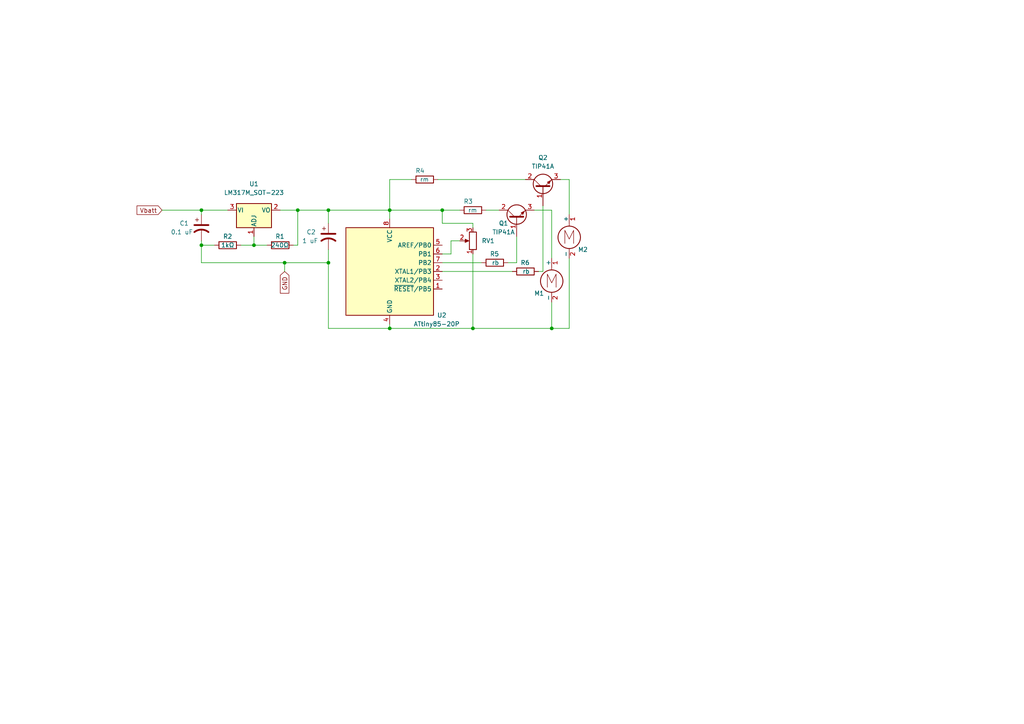
<source format=kicad_sch>
(kicad_sch (version 20211123) (generator eeschema)

  (uuid b49d0ece-7995-43b0-9e1c-f4f609c1e3a6)

  (paper "A4")

  (lib_symbols
    (symbol "Device:C_Polarized_US" (pin_numbers hide) (pin_names (offset 0.254) hide) (in_bom yes) (on_board yes)
      (property "Reference" "C" (id 0) (at 0.635 2.54 0)
        (effects (font (size 1.27 1.27)) (justify left))
      )
      (property "Value" "C_Polarized_US" (id 1) (at 0.635 -2.54 0)
        (effects (font (size 1.27 1.27)) (justify left))
      )
      (property "Footprint" "" (id 2) (at 0 0 0)
        (effects (font (size 1.27 1.27)) hide)
      )
      (property "Datasheet" "~" (id 3) (at 0 0 0)
        (effects (font (size 1.27 1.27)) hide)
      )
      (property "ki_keywords" "cap capacitor" (id 4) (at 0 0 0)
        (effects (font (size 1.27 1.27)) hide)
      )
      (property "ki_description" "Polarized capacitor, US symbol" (id 5) (at 0 0 0)
        (effects (font (size 1.27 1.27)) hide)
      )
      (property "ki_fp_filters" "CP_*" (id 6) (at 0 0 0)
        (effects (font (size 1.27 1.27)) hide)
      )
      (symbol "C_Polarized_US_0_1"
        (polyline
          (pts
            (xy -2.032 0.762)
            (xy 2.032 0.762)
          )
          (stroke (width 0.508) (type default) (color 0 0 0 0))
          (fill (type none))
        )
        (polyline
          (pts
            (xy -1.778 2.286)
            (xy -0.762 2.286)
          )
          (stroke (width 0) (type default) (color 0 0 0 0))
          (fill (type none))
        )
        (polyline
          (pts
            (xy -1.27 1.778)
            (xy -1.27 2.794)
          )
          (stroke (width 0) (type default) (color 0 0 0 0))
          (fill (type none))
        )
        (arc (start 2.032 -1.27) (mid 0 -0.5572) (end -2.032 -1.27)
          (stroke (width 0.508) (type default) (color 0 0 0 0))
          (fill (type none))
        )
      )
      (symbol "C_Polarized_US_1_1"
        (pin passive line (at 0 3.81 270) (length 2.794)
          (name "~" (effects (font (size 1.27 1.27))))
          (number "1" (effects (font (size 1.27 1.27))))
        )
        (pin passive line (at 0 -3.81 90) (length 3.302)
          (name "~" (effects (font (size 1.27 1.27))))
          (number "2" (effects (font (size 1.27 1.27))))
        )
      )
    )
    (symbol "Device:R" (pin_numbers hide) (pin_names (offset 0)) (in_bom yes) (on_board yes)
      (property "Reference" "R" (id 0) (at 2.032 0 90)
        (effects (font (size 1.27 1.27)))
      )
      (property "Value" "R" (id 1) (at 0 0 90)
        (effects (font (size 1.27 1.27)))
      )
      (property "Footprint" "" (id 2) (at -1.778 0 90)
        (effects (font (size 1.27 1.27)) hide)
      )
      (property "Datasheet" "~" (id 3) (at 0 0 0)
        (effects (font (size 1.27 1.27)) hide)
      )
      (property "ki_keywords" "R res resistor" (id 4) (at 0 0 0)
        (effects (font (size 1.27 1.27)) hide)
      )
      (property "ki_description" "Resistor" (id 5) (at 0 0 0)
        (effects (font (size 1.27 1.27)) hide)
      )
      (property "ki_fp_filters" "R_*" (id 6) (at 0 0 0)
        (effects (font (size 1.27 1.27)) hide)
      )
      (symbol "R_0_1"
        (rectangle (start -1.016 -2.54) (end 1.016 2.54)
          (stroke (width 0.254) (type default) (color 0 0 0 0))
          (fill (type none))
        )
      )
      (symbol "R_1_1"
        (pin passive line (at 0 3.81 270) (length 1.27)
          (name "~" (effects (font (size 1.27 1.27))))
          (number "1" (effects (font (size 1.27 1.27))))
        )
        (pin passive line (at 0 -3.81 90) (length 1.27)
          (name "~" (effects (font (size 1.27 1.27))))
          (number "2" (effects (font (size 1.27 1.27))))
        )
      )
    )
    (symbol "Device:R_Potentiometer" (pin_names (offset 1.016) hide) (in_bom yes) (on_board yes)
      (property "Reference" "RV" (id 0) (at -4.445 0 90)
        (effects (font (size 1.27 1.27)))
      )
      (property "Value" "R_Potentiometer" (id 1) (at -2.54 0 90)
        (effects (font (size 1.27 1.27)))
      )
      (property "Footprint" "" (id 2) (at 0 0 0)
        (effects (font (size 1.27 1.27)) hide)
      )
      (property "Datasheet" "~" (id 3) (at 0 0 0)
        (effects (font (size 1.27 1.27)) hide)
      )
      (property "ki_keywords" "resistor variable" (id 4) (at 0 0 0)
        (effects (font (size 1.27 1.27)) hide)
      )
      (property "ki_description" "Potentiometer" (id 5) (at 0 0 0)
        (effects (font (size 1.27 1.27)) hide)
      )
      (property "ki_fp_filters" "Potentiometer*" (id 6) (at 0 0 0)
        (effects (font (size 1.27 1.27)) hide)
      )
      (symbol "R_Potentiometer_0_1"
        (polyline
          (pts
            (xy 2.54 0)
            (xy 1.524 0)
          )
          (stroke (width 0) (type default) (color 0 0 0 0))
          (fill (type none))
        )
        (polyline
          (pts
            (xy 1.143 0)
            (xy 2.286 0.508)
            (xy 2.286 -0.508)
            (xy 1.143 0)
          )
          (stroke (width 0) (type default) (color 0 0 0 0))
          (fill (type outline))
        )
        (rectangle (start 1.016 2.54) (end -1.016 -2.54)
          (stroke (width 0.254) (type default) (color 0 0 0 0))
          (fill (type none))
        )
      )
      (symbol "R_Potentiometer_1_1"
        (pin passive line (at 0 3.81 270) (length 1.27)
          (name "1" (effects (font (size 1.27 1.27))))
          (number "1" (effects (font (size 1.27 1.27))))
        )
        (pin passive line (at 3.81 0 180) (length 1.27)
          (name "2" (effects (font (size 1.27 1.27))))
          (number "2" (effects (font (size 1.27 1.27))))
        )
        (pin passive line (at 0 -3.81 90) (length 1.27)
          (name "3" (effects (font (size 1.27 1.27))))
          (number "3" (effects (font (size 1.27 1.27))))
        )
      )
    )
    (symbol "MCU_Microchip_ATtiny:ATtiny85-20P" (in_bom yes) (on_board yes)
      (property "Reference" "U" (id 0) (at -12.7 13.97 0)
        (effects (font (size 1.27 1.27)) (justify left bottom))
      )
      (property "Value" "ATtiny85-20P" (id 1) (at 2.54 -13.97 0)
        (effects (font (size 1.27 1.27)) (justify left top))
      )
      (property "Footprint" "Package_DIP:DIP-8_W7.62mm" (id 2) (at 0 0 0)
        (effects (font (size 1.27 1.27) italic) hide)
      )
      (property "Datasheet" "http://ww1.microchip.com/downloads/en/DeviceDoc/atmel-2586-avr-8-bit-microcontroller-attiny25-attiny45-attiny85_datasheet.pdf" (id 3) (at 0 0 0)
        (effects (font (size 1.27 1.27)) hide)
      )
      (property "ki_keywords" "AVR 8bit Microcontroller tinyAVR" (id 4) (at 0 0 0)
        (effects (font (size 1.27 1.27)) hide)
      )
      (property "ki_description" "20MHz, 8kB Flash, 512B SRAM, 512B EEPROM, debugWIRE, DIP-8" (id 5) (at 0 0 0)
        (effects (font (size 1.27 1.27)) hide)
      )
      (property "ki_fp_filters" "DIP*W7.62mm*" (id 6) (at 0 0 0)
        (effects (font (size 1.27 1.27)) hide)
      )
      (symbol "ATtiny85-20P_0_1"
        (rectangle (start -12.7 -12.7) (end 12.7 12.7)
          (stroke (width 0.254) (type default) (color 0 0 0 0))
          (fill (type background))
        )
      )
      (symbol "ATtiny85-20P_1_1"
        (pin bidirectional line (at 15.24 -5.08 180) (length 2.54)
          (name "~{RESET}/PB5" (effects (font (size 1.27 1.27))))
          (number "1" (effects (font (size 1.27 1.27))))
        )
        (pin bidirectional line (at 15.24 0 180) (length 2.54)
          (name "XTAL1/PB3" (effects (font (size 1.27 1.27))))
          (number "2" (effects (font (size 1.27 1.27))))
        )
        (pin bidirectional line (at 15.24 -2.54 180) (length 2.54)
          (name "XTAL2/PB4" (effects (font (size 1.27 1.27))))
          (number "3" (effects (font (size 1.27 1.27))))
        )
        (pin power_in line (at 0 -15.24 90) (length 2.54)
          (name "GND" (effects (font (size 1.27 1.27))))
          (number "4" (effects (font (size 1.27 1.27))))
        )
        (pin bidirectional line (at 15.24 7.62 180) (length 2.54)
          (name "AREF/PB0" (effects (font (size 1.27 1.27))))
          (number "5" (effects (font (size 1.27 1.27))))
        )
        (pin bidirectional line (at 15.24 5.08 180) (length 2.54)
          (name "PB1" (effects (font (size 1.27 1.27))))
          (number "6" (effects (font (size 1.27 1.27))))
        )
        (pin bidirectional line (at 15.24 2.54 180) (length 2.54)
          (name "PB2" (effects (font (size 1.27 1.27))))
          (number "7" (effects (font (size 1.27 1.27))))
        )
        (pin power_in line (at 0 15.24 270) (length 2.54)
          (name "VCC" (effects (font (size 1.27 1.27))))
          (number "8" (effects (font (size 1.27 1.27))))
        )
      )
    )
    (symbol "Motor:Motor_DC" (pin_names (offset 0)) (in_bom yes) (on_board yes)
      (property "Reference" "M" (id 0) (at 2.54 2.54 0)
        (effects (font (size 1.27 1.27)) (justify left))
      )
      (property "Value" "Motor_DC" (id 1) (at 2.54 -5.08 0)
        (effects (font (size 1.27 1.27)) (justify left top))
      )
      (property "Footprint" "" (id 2) (at 0 -2.286 0)
        (effects (font (size 1.27 1.27)) hide)
      )
      (property "Datasheet" "~" (id 3) (at 0 -2.286 0)
        (effects (font (size 1.27 1.27)) hide)
      )
      (property "ki_keywords" "DC Motor" (id 4) (at 0 0 0)
        (effects (font (size 1.27 1.27)) hide)
      )
      (property "ki_description" "DC Motor" (id 5) (at 0 0 0)
        (effects (font (size 1.27 1.27)) hide)
      )
      (property "ki_fp_filters" "PinHeader*P2.54mm* TerminalBlock*" (id 6) (at 0 0 0)
        (effects (font (size 1.27 1.27)) hide)
      )
      (symbol "Motor_DC_0_0"
        (polyline
          (pts
            (xy -1.27 -3.302)
            (xy -1.27 0.508)
            (xy 0 -2.032)
            (xy 1.27 0.508)
            (xy 1.27 -3.302)
          )
          (stroke (width 0) (type default) (color 0 0 0 0))
          (fill (type none))
        )
      )
      (symbol "Motor_DC_0_1"
        (circle (center 0 -1.524) (radius 3.2512)
          (stroke (width 0.254) (type default) (color 0 0 0 0))
          (fill (type none))
        )
        (polyline
          (pts
            (xy 0 -7.62)
            (xy 0 -7.112)
          )
          (stroke (width 0) (type default) (color 0 0 0 0))
          (fill (type none))
        )
        (polyline
          (pts
            (xy 0 -4.7752)
            (xy 0 -5.1816)
          )
          (stroke (width 0) (type default) (color 0 0 0 0))
          (fill (type none))
        )
        (polyline
          (pts
            (xy 0 1.7272)
            (xy 0 2.0828)
          )
          (stroke (width 0) (type default) (color 0 0 0 0))
          (fill (type none))
        )
        (polyline
          (pts
            (xy 0 2.032)
            (xy 0 2.54)
          )
          (stroke (width 0) (type default) (color 0 0 0 0))
          (fill (type none))
        )
      )
      (symbol "Motor_DC_1_1"
        (pin passive line (at 0 5.08 270) (length 2.54)
          (name "+" (effects (font (size 1.27 1.27))))
          (number "1" (effects (font (size 1.27 1.27))))
        )
        (pin passive line (at 0 -7.62 90) (length 2.54)
          (name "-" (effects (font (size 1.27 1.27))))
          (number "2" (effects (font (size 1.27 1.27))))
        )
      )
    )
    (symbol "Regulator_Linear:LM317_SOT-223" (pin_names (offset 0.254)) (in_bom yes) (on_board yes)
      (property "Reference" "U" (id 0) (at -3.81 3.175 0)
        (effects (font (size 1.27 1.27)))
      )
      (property "Value" "LM317_SOT-223" (id 1) (at 0 3.175 0)
        (effects (font (size 1.27 1.27)) (justify left))
      )
      (property "Footprint" "Package_TO_SOT_SMD:SOT-223-3_TabPin2" (id 2) (at 0 6.35 0)
        (effects (font (size 1.27 1.27) italic) hide)
      )
      (property "Datasheet" "http://www.ti.com/lit/ds/symlink/lm317.pdf" (id 3) (at 0 0 0)
        (effects (font (size 1.27 1.27)) hide)
      )
      (property "ki_keywords" "Adjustable Voltage Regulator 1A Positive" (id 4) (at 0 0 0)
        (effects (font (size 1.27 1.27)) hide)
      )
      (property "ki_description" "1.5A 35V Adjustable Linear Regulator, SOT-223" (id 5) (at 0 0 0)
        (effects (font (size 1.27 1.27)) hide)
      )
      (property "ki_fp_filters" "SOT?223*TabPin2*" (id 6) (at 0 0 0)
        (effects (font (size 1.27 1.27)) hide)
      )
      (symbol "LM317_SOT-223_0_1"
        (rectangle (start -5.08 1.905) (end 5.08 -5.08)
          (stroke (width 0.254) (type default) (color 0 0 0 0))
          (fill (type background))
        )
      )
      (symbol "LM317_SOT-223_1_1"
        (pin input line (at 0 -7.62 90) (length 2.54)
          (name "ADJ" (effects (font (size 1.27 1.27))))
          (number "1" (effects (font (size 1.27 1.27))))
        )
        (pin power_out line (at 7.62 0 180) (length 2.54)
          (name "VO" (effects (font (size 1.27 1.27))))
          (number "2" (effects (font (size 1.27 1.27))))
        )
        (pin power_in line (at -7.62 0 0) (length 2.54)
          (name "VI" (effects (font (size 1.27 1.27))))
          (number "3" (effects (font (size 1.27 1.27))))
        )
      )
    )
    (symbol "Transistor_BJT:TIP41A" (pin_names (offset 0) hide) (in_bom yes) (on_board yes)
      (property "Reference" "Q" (id 0) (at 6.35 1.905 0)
        (effects (font (size 1.27 1.27)) (justify left))
      )
      (property "Value" "TIP41A" (id 1) (at 6.35 0 0)
        (effects (font (size 1.27 1.27)) (justify left))
      )
      (property "Footprint" "Package_TO_SOT_THT:TO-220-3_Vertical" (id 2) (at 6.35 -1.905 0)
        (effects (font (size 1.27 1.27) italic) (justify left) hide)
      )
      (property "Datasheet" "https://www.centralsemi.com/get_document.php?cmp=1&mergetype=pd&mergepath=pd&pdf_id=tip41.PDF" (id 3) (at 0 0 0)
        (effects (font (size 1.27 1.27)) (justify left) hide)
      )
      (property "ki_keywords" "power NPN Transistor" (id 4) (at 0 0 0)
        (effects (font (size 1.27 1.27)) hide)
      )
      (property "ki_description" "6A Ic, 60V Vce, Power NPN Transistor, TO-220" (id 5) (at 0 0 0)
        (effects (font (size 1.27 1.27)) hide)
      )
      (property "ki_fp_filters" "TO?220*" (id 6) (at 0 0 0)
        (effects (font (size 1.27 1.27)) hide)
      )
      (symbol "TIP41A_0_1"
        (polyline
          (pts
            (xy 0.635 0.635)
            (xy 2.54 2.54)
          )
          (stroke (width 0) (type default) (color 0 0 0 0))
          (fill (type none))
        )
        (polyline
          (pts
            (xy 0.635 -0.635)
            (xy 2.54 -2.54)
            (xy 2.54 -2.54)
          )
          (stroke (width 0) (type default) (color 0 0 0 0))
          (fill (type none))
        )
        (polyline
          (pts
            (xy 0.635 1.905)
            (xy 0.635 -1.905)
            (xy 0.635 -1.905)
          )
          (stroke (width 0.508) (type default) (color 0 0 0 0))
          (fill (type none))
        )
        (polyline
          (pts
            (xy 1.27 -1.778)
            (xy 1.778 -1.27)
            (xy 2.286 -2.286)
            (xy 1.27 -1.778)
            (xy 1.27 -1.778)
          )
          (stroke (width 0) (type default) (color 0 0 0 0))
          (fill (type outline))
        )
        (circle (center 1.27 0) (radius 2.8194)
          (stroke (width 0.254) (type default) (color 0 0 0 0))
          (fill (type none))
        )
      )
      (symbol "TIP41A_1_1"
        (pin input line (at -5.08 0 0) (length 5.715)
          (name "B" (effects (font (size 1.27 1.27))))
          (number "1" (effects (font (size 1.27 1.27))))
        )
        (pin passive line (at 2.54 5.08 270) (length 2.54)
          (name "C" (effects (font (size 1.27 1.27))))
          (number "2" (effects (font (size 1.27 1.27))))
        )
        (pin passive line (at 2.54 -5.08 90) (length 2.54)
          (name "E" (effects (font (size 1.27 1.27))))
          (number "3" (effects (font (size 1.27 1.27))))
        )
      )
    )
  )

  (junction (at 58.42 60.96) (diameter 0) (color 0 0 0 0)
    (uuid 01305b91-c07c-4f36-b6c9-5c4b8835027c)
  )
  (junction (at 95.25 60.96) (diameter 0) (color 0 0 0 0)
    (uuid 1d477b31-32d9-4cbc-acaa-367bb3853433)
  )
  (junction (at 113.03 60.96) (diameter 0) (color 0 0 0 0)
    (uuid 362d767c-b6a5-4618-8722-786f71c1fb15)
  )
  (junction (at 95.25 76.2) (diameter 0) (color 0 0 0 0)
    (uuid 4a9c1e42-4723-4487-943f-ccde66ec22ee)
  )
  (junction (at 113.03 95.25) (diameter 0) (color 0 0 0 0)
    (uuid 6c21dcab-b589-4cc7-a24d-96209c6796f9)
  )
  (junction (at 73.66 71.12) (diameter 0) (color 0 0 0 0)
    (uuid 75346309-533b-472f-90ac-9e5123b05dad)
  )
  (junction (at 86.36 60.96) (diameter 0) (color 0 0 0 0)
    (uuid 82919f2a-df38-49b6-85cd-426897832162)
  )
  (junction (at 58.42 71.12) (diameter 0) (color 0 0 0 0)
    (uuid 8dbd75ab-f851-47df-931b-37892aa656bd)
  )
  (junction (at 82.55 76.2) (diameter 0) (color 0 0 0 0)
    (uuid b4eb927d-c59a-4390-b9e9-415181829f70)
  )
  (junction (at 128.27 60.96) (diameter 0) (color 0 0 0 0)
    (uuid b9d0b3cd-7b70-448c-a7a8-8e4a6eb84b68)
  )
  (junction (at 137.16 95.25) (diameter 0) (color 0 0 0 0)
    (uuid c787e1ea-2b70-4a72-8c8d-a61bd2171f70)
  )
  (junction (at 160.02 95.25) (diameter 0) (color 0 0 0 0)
    (uuid ee664236-eacc-4f1a-9d92-e6f980eb4592)
  )

  (wire (pts (xy 128.27 64.77) (xy 137.16 64.77))
    (stroke (width 0) (type default) (color 0 0 0 0))
    (uuid 0afe92cb-af51-4ec4-a76f-1cd77e54dcba)
  )
  (wire (pts (xy 128.27 78.74) (xy 148.59 78.74))
    (stroke (width 0) (type default) (color 0 0 0 0))
    (uuid 0ebc8339-453c-4afd-9336-d45d33852a13)
  )
  (wire (pts (xy 86.36 60.96) (xy 95.25 60.96))
    (stroke (width 0) (type default) (color 0 0 0 0))
    (uuid 10bbaa41-b93b-4f9d-b3e4-ed839a23caad)
  )
  (wire (pts (xy 58.42 62.23) (xy 58.42 60.96))
    (stroke (width 0) (type default) (color 0 0 0 0))
    (uuid 19a899bb-3bb7-409d-9ce2-98eecfdb64f4)
  )
  (wire (pts (xy 154.94 60.96) (xy 160.02 60.96))
    (stroke (width 0) (type default) (color 0 0 0 0))
    (uuid 1bf44b87-394b-41f6-85bc-353a5f55d457)
  )
  (wire (pts (xy 149.86 68.58) (xy 149.86 76.2))
    (stroke (width 0) (type default) (color 0 0 0 0))
    (uuid 1f560fe1-adcd-4306-8ef7-c6aaf6719f86)
  )
  (wire (pts (xy 137.16 95.25) (xy 160.02 95.25))
    (stroke (width 0) (type default) (color 0 0 0 0))
    (uuid 20fa58c2-3ada-49e7-a307-c4a9423154a5)
  )
  (wire (pts (xy 130.81 69.85) (xy 133.35 69.85))
    (stroke (width 0) (type default) (color 0 0 0 0))
    (uuid 241bcade-1688-4a88-9680-4f1a30563d97)
  )
  (wire (pts (xy 85.09 71.12) (xy 86.36 71.12))
    (stroke (width 0) (type default) (color 0 0 0 0))
    (uuid 28a9eb73-a530-4643-a9f8-89dbf31b2415)
  )
  (wire (pts (xy 86.36 71.12) (xy 86.36 60.96))
    (stroke (width 0) (type default) (color 0 0 0 0))
    (uuid 2ad80972-8cfc-4654-b264-aff59d1531c9)
  )
  (wire (pts (xy 127 52.07) (xy 152.4 52.07))
    (stroke (width 0) (type default) (color 0 0 0 0))
    (uuid 3926948d-dedf-4bb2-af46-c58eb5a34d20)
  )
  (wire (pts (xy 113.03 95.25) (xy 113.03 93.98))
    (stroke (width 0) (type default) (color 0 0 0 0))
    (uuid 3bb6ee14-142e-4084-acf7-3373d29ce193)
  )
  (wire (pts (xy 157.48 78.74) (xy 156.21 78.74))
    (stroke (width 0) (type default) (color 0 0 0 0))
    (uuid 457f6c1b-964f-469e-a996-2d9cfcbe9bbd)
  )
  (wire (pts (xy 165.1 52.07) (xy 165.1 62.23))
    (stroke (width 0) (type default) (color 0 0 0 0))
    (uuid 4bf642bc-7c10-4fca-aad1-26d40a4621b4)
  )
  (wire (pts (xy 165.1 74.93) (xy 165.1 95.25))
    (stroke (width 0) (type default) (color 0 0 0 0))
    (uuid 4c0a0867-d241-44d7-aa27-75a0b233bd29)
  )
  (wire (pts (xy 58.42 71.12) (xy 62.23 71.12))
    (stroke (width 0) (type default) (color 0 0 0 0))
    (uuid 4e9d226a-b406-4f81-a641-9ac77fe61a5c)
  )
  (wire (pts (xy 95.25 60.96) (xy 95.25 64.77))
    (stroke (width 0) (type default) (color 0 0 0 0))
    (uuid 5130bc46-0a54-4f74-8fe6-d255c382e7db)
  )
  (wire (pts (xy 162.56 52.07) (xy 165.1 52.07))
    (stroke (width 0) (type default) (color 0 0 0 0))
    (uuid 519ab9a9-7e1d-4b20-bba5-d1de2b6ce17f)
  )
  (wire (pts (xy 58.42 60.96) (xy 66.04 60.96))
    (stroke (width 0) (type default) (color 0 0 0 0))
    (uuid 557e946f-78d8-4a71-b6a9-c6dec34bdf39)
  )
  (wire (pts (xy 157.48 59.69) (xy 157.48 78.74))
    (stroke (width 0) (type default) (color 0 0 0 0))
    (uuid 5949b505-e96c-483e-8e92-a36b99850ad6)
  )
  (wire (pts (xy 82.55 76.2) (xy 82.55 78.74))
    (stroke (width 0) (type default) (color 0 0 0 0))
    (uuid 5e344a57-e5b2-4238-aab5-3ca81db0e422)
  )
  (wire (pts (xy 160.02 87.63) (xy 160.02 95.25))
    (stroke (width 0) (type default) (color 0 0 0 0))
    (uuid 642611a1-c62f-46d0-b6e4-d6e060005969)
  )
  (wire (pts (xy 113.03 60.96) (xy 113.03 52.07))
    (stroke (width 0) (type default) (color 0 0 0 0))
    (uuid 64373e1b-92f3-4c5d-89e6-2d35ba994099)
  )
  (wire (pts (xy 137.16 73.66) (xy 137.16 95.25))
    (stroke (width 0) (type default) (color 0 0 0 0))
    (uuid 669831f3-17cf-4eec-ad64-a729900d0e39)
  )
  (wire (pts (xy 128.27 60.96) (xy 128.27 64.77))
    (stroke (width 0) (type default) (color 0 0 0 0))
    (uuid 6a617da5-6914-47cd-b9ba-de19360fb7f7)
  )
  (wire (pts (xy 113.03 60.96) (xy 95.25 60.96))
    (stroke (width 0) (type default) (color 0 0 0 0))
    (uuid 72135ce1-fa6a-46aa-bbbe-cc42834a92d5)
  )
  (wire (pts (xy 128.27 60.96) (xy 133.35 60.96))
    (stroke (width 0) (type default) (color 0 0 0 0))
    (uuid 7959b62f-2cc4-4170-9b4c-b145205041b9)
  )
  (wire (pts (xy 160.02 60.96) (xy 160.02 74.93))
    (stroke (width 0) (type default) (color 0 0 0 0))
    (uuid 7bb5edaa-f081-4412-bcf6-7f3636c7da13)
  )
  (wire (pts (xy 113.03 60.96) (xy 128.27 60.96))
    (stroke (width 0) (type default) (color 0 0 0 0))
    (uuid 7c9b6724-f661-48bc-a466-ba2683dd4cda)
  )
  (wire (pts (xy 113.03 63.5) (xy 113.03 60.96))
    (stroke (width 0) (type default) (color 0 0 0 0))
    (uuid 8267b6d6-09c0-4407-9af5-ea3a0edcebde)
  )
  (wire (pts (xy 82.55 76.2) (xy 95.25 76.2))
    (stroke (width 0) (type default) (color 0 0 0 0))
    (uuid 9e2cf62d-eb46-4fe5-b100-46915377f286)
  )
  (wire (pts (xy 69.85 71.12) (xy 73.66 71.12))
    (stroke (width 0) (type default) (color 0 0 0 0))
    (uuid 9fc71385-9f31-48f8-ba07-8bc182d36311)
  )
  (wire (pts (xy 137.16 64.77) (xy 137.16 66.04))
    (stroke (width 0) (type default) (color 0 0 0 0))
    (uuid a0758559-e6c8-49c8-9197-9d2f97b56d96)
  )
  (wire (pts (xy 113.03 52.07) (xy 119.38 52.07))
    (stroke (width 0) (type default) (color 0 0 0 0))
    (uuid a0c00631-fe47-46e6-9ef2-0220298a4aad)
  )
  (wire (pts (xy 130.81 73.66) (xy 130.81 69.85))
    (stroke (width 0) (type default) (color 0 0 0 0))
    (uuid a23094c4-36b8-4b27-8aa8-a559d7a9c115)
  )
  (wire (pts (xy 95.25 72.39) (xy 95.25 76.2))
    (stroke (width 0) (type default) (color 0 0 0 0))
    (uuid ad9da3bb-4d91-4bc2-9cd5-4a63ae5459a8)
  )
  (wire (pts (xy 95.25 76.2) (xy 95.25 95.25))
    (stroke (width 0) (type default) (color 0 0 0 0))
    (uuid b017ba40-989e-4c65-a3a3-27bfeeaf2532)
  )
  (wire (pts (xy 140.97 60.96) (xy 144.78 60.96))
    (stroke (width 0) (type default) (color 0 0 0 0))
    (uuid b4ca2f21-485b-49a4-ae20-9615c3450808)
  )
  (wire (pts (xy 58.42 76.2) (xy 82.55 76.2))
    (stroke (width 0) (type default) (color 0 0 0 0))
    (uuid b7ee83a1-6459-4fad-8628-41cc6ba1ff77)
  )
  (wire (pts (xy 46.99 60.96) (xy 58.42 60.96))
    (stroke (width 0) (type default) (color 0 0 0 0))
    (uuid bbcad83a-9367-45ec-90a4-ca396c12343a)
  )
  (wire (pts (xy 128.27 73.66) (xy 130.81 73.66))
    (stroke (width 0) (type default) (color 0 0 0 0))
    (uuid bee83b0a-9194-477a-aa03-694dfca16268)
  )
  (wire (pts (xy 128.27 76.2) (xy 139.7 76.2))
    (stroke (width 0) (type default) (color 0 0 0 0))
    (uuid c08fe8af-baaf-49b9-9f0f-6a1950ab9de3)
  )
  (wire (pts (xy 58.42 69.85) (xy 58.42 71.12))
    (stroke (width 0) (type default) (color 0 0 0 0))
    (uuid c1d89b65-071e-4ef8-bcdb-0b4c0c984460)
  )
  (wire (pts (xy 81.28 60.96) (xy 86.36 60.96))
    (stroke (width 0) (type default) (color 0 0 0 0))
    (uuid c738b771-a3a4-4d90-bdf6-272e51d1a96a)
  )
  (wire (pts (xy 113.03 95.25) (xy 137.16 95.25))
    (stroke (width 0) (type default) (color 0 0 0 0))
    (uuid db402223-a1e0-47c0-865d-771c2765f410)
  )
  (wire (pts (xy 113.03 95.25) (xy 95.25 95.25))
    (stroke (width 0) (type default) (color 0 0 0 0))
    (uuid ddcc5c9a-f41b-42c6-be0d-a1df7bf316f0)
  )
  (wire (pts (xy 149.86 76.2) (xy 147.32 76.2))
    (stroke (width 0) (type default) (color 0 0 0 0))
    (uuid e2070264-3cd9-437f-af42-7916ac38f7d8)
  )
  (wire (pts (xy 58.42 71.12) (xy 58.42 76.2))
    (stroke (width 0) (type default) (color 0 0 0 0))
    (uuid ebf9bf2e-4dd2-45a6-b81a-4716cd58f348)
  )
  (wire (pts (xy 73.66 68.58) (xy 73.66 71.12))
    (stroke (width 0) (type default) (color 0 0 0 0))
    (uuid eef64ae9-a3cf-4ceb-9727-8245167154b5)
  )
  (wire (pts (xy 73.66 71.12) (xy 77.47 71.12))
    (stroke (width 0) (type default) (color 0 0 0 0))
    (uuid f0704b97-999d-40aa-8523-28b7a6854d09)
  )
  (wire (pts (xy 160.02 95.25) (xy 165.1 95.25))
    (stroke (width 0) (type default) (color 0 0 0 0))
    (uuid f2d09f23-7ba6-48a2-9eb2-6d51ac962956)
  )

  (global_label "Vbatt" (shape input) (at 46.99 60.96 180) (fields_autoplaced)
    (effects (font (size 1.27 1.27)) (justify right))
    (uuid 0804c67c-65d2-4ac9-95d4-b867e76289cd)
    (property "Intersheet References" "${INTERSHEET_REFS}" (id 0) (at 39.7388 60.8806 0)
      (effects (font (size 1.27 1.27)) (justify right) hide)
    )
  )
  (global_label "GND" (shape input) (at 82.55 78.74 270) (fields_autoplaced)
    (effects (font (size 1.27 1.27)) (justify right))
    (uuid a00390dd-6238-4be1-bc06-4598866a6f8c)
    (property "Intersheet References" "${INTERSHEET_REFS}" (id 0) (at 82.4706 85.0236 90)
      (effects (font (size 1.27 1.27)) (justify right) hide)
    )
  )

  (symbol (lib_id "Motor:Motor_DC") (at 165.1 67.31 0) (unit 1)
    (in_bom yes) (on_board yes)
    (uuid 0add2eec-6932-4f27-a7be-70ba91168f54)
    (property "Reference" "M2" (id 0) (at 167.64 72.39 0)
      (effects (font (size 1.27 1.27)) (justify left))
    )
    (property "Value" "vib_mot" (id 1) (at 167.64 72.39 0)
      (effects (font (size 1.27 1.27)) (justify left) hide)
    )
    (property "Footprint" "Connector_PinHeader_2.54mm:PinHeader_1x02_P2.54mm_Vertical" (id 2) (at 165.1 69.596 0)
      (effects (font (size 1.27 1.27)) hide)
    )
    (property "Datasheet" "~" (id 3) (at 165.1 69.596 0)
      (effects (font (size 1.27 1.27)) hide)
    )
    (pin "1" (uuid d1d81a31-027e-4412-9489-d5738a9af3e7))
    (pin "2" (uuid 58f2c59b-e782-4d7b-89b4-42856c3636a7))
  )

  (symbol (lib_id "Motor:Motor_DC") (at 160.02 80.01 0) (unit 1)
    (in_bom yes) (on_board yes)
    (uuid 0def83a9-c341-4201-b95e-781a3ef83f53)
    (property "Reference" "M1" (id 0) (at 154.94 85.09 0)
      (effects (font (size 1.27 1.27)) (justify left))
    )
    (property "Value" "vib_mot" (id 1) (at 152.4 88.9 0)
      (effects (font (size 1.27 1.27)) (justify left) hide)
    )
    (property "Footprint" "Connector_PinHeader_2.54mm:PinHeader_1x02_P2.54mm_Vertical" (id 2) (at 160.02 82.296 0)
      (effects (font (size 1.27 1.27)) hide)
    )
    (property "Datasheet" "~" (id 3) (at 160.02 82.296 0)
      (effects (font (size 1.27 1.27)) hide)
    )
    (pin "1" (uuid 8c86f2ba-1b15-4d6a-bf1a-2e1b20062bc5))
    (pin "2" (uuid 30865802-f2b8-4a25-9a7c-e6932ba94d43))
  )

  (symbol (lib_id "Device:C_Polarized_US") (at 95.25 68.58 0) (unit 1)
    (in_bom yes) (on_board yes)
    (uuid 10614107-31a4-473f-8d74-237aba95a31c)
    (property "Reference" "C2" (id 0) (at 88.9 67.31 0)
      (effects (font (size 1.27 1.27)) (justify left))
    )
    (property "Value" "1 uF" (id 1) (at 87.63 69.85 0)
      (effects (font (size 1.27 1.27)) (justify left))
    )
    (property "Footprint" "Capacitor_SMD:CP_Elec_4x5.4" (id 2) (at 95.25 68.58 0)
      (effects (font (size 1.27 1.27)) hide)
    )
    (property "Datasheet" "~" (id 3) (at 95.25 68.58 0)
      (effects (font (size 1.27 1.27)) hide)
    )
    (pin "1" (uuid 26896124-c425-4a41-afaa-e79363057b77))
    (pin "2" (uuid 696109d7-523f-424a-9038-de50f0e9435c))
  )

  (symbol (lib_id "Transistor_BJT:TIP41A") (at 149.86 63.5 90) (unit 1)
    (in_bom yes) (on_board yes)
    (uuid 2168d125-79d1-4af3-81de-48c67abc7be8)
    (property "Reference" "Q1" (id 0) (at 146.05 64.77 90))
    (property "Value" "TIP41A" (id 1) (at 146.05 67.31 90))
    (property "Footprint" "Package_TO_SOT_SMD:SOT-23" (id 2) (at 151.765 57.15 0)
      (effects (font (size 1.27 1.27) italic) (justify left) hide)
    )
    (property "Datasheet" "https://www.centralsemi.com/get_document.php?cmp=1&mergetype=pd&mergepath=pd&pdf_id=tip41.PDF" (id 3) (at 149.86 63.5 0)
      (effects (font (size 1.27 1.27)) (justify left) hide)
    )
    (pin "1" (uuid 711eeecc-f2d0-40f8-a472-0fececdbee8a))
    (pin "2" (uuid 5434eddf-3d86-4787-a728-0fc8b9c450c8))
    (pin "3" (uuid f87e027b-9911-43ff-a716-ac26a2236bf2))
  )

  (symbol (lib_id "MCU_Microchip_ATtiny:ATtiny85-20P") (at 113.03 78.74 0) (unit 1)
    (in_bom yes) (on_board yes)
    (uuid 35cdceb4-0d3e-46aa-b353-aa26d1aa7456)
    (property "Reference" "U2" (id 0) (at 129.54 91.44 0)
      (effects (font (size 1.27 1.27)) (justify right))
    )
    (property "Value" "ATtiny85-20P" (id 1) (at 133.35 93.98 0)
      (effects (font (size 1.27 1.27)) (justify right))
    )
    (property "Footprint" "Package_DIP:DIP-8_W7.62mm" (id 2) (at 113.03 78.74 0)
      (effects (font (size 1.27 1.27) italic) hide)
    )
    (property "Datasheet" "http://ww1.microchip.com/downloads/en/DeviceDoc/atmel-2586-avr-8-bit-microcontroller-attiny25-attiny45-attiny85_datasheet.pdf" (id 3) (at 113.03 78.74 0)
      (effects (font (size 1.27 1.27)) hide)
    )
    (pin "1" (uuid 4dcd3fa7-feba-4023-97b3-ecb4036d7e61))
    (pin "2" (uuid 7aebcd09-175b-4c39-a6fc-0472e45565aa))
    (pin "3" (uuid e65c5348-429d-4af4-a44a-fcc1fc267db0))
    (pin "4" (uuid e43eee6d-0fb4-42af-8d0c-95b2148858cf))
    (pin "5" (uuid 995f8f88-1ee5-49cf-b539-e0821016cd9a))
    (pin "6" (uuid 32632d81-34a5-4cb5-a60b-01461b9a8967))
    (pin "7" (uuid 1d016916-c232-4c33-b294-d1f3b906b8b2))
    (pin "8" (uuid 2be5c1d2-944b-4c73-af34-53a332247901))
  )

  (symbol (lib_id "Device:C_Polarized_US") (at 58.42 66.04 0) (unit 1)
    (in_bom yes) (on_board yes)
    (uuid 4c6b2be3-8305-4309-8719-7d684a59f673)
    (property "Reference" "C1" (id 0) (at 52.07 64.77 0)
      (effects (font (size 1.27 1.27)) (justify left))
    )
    (property "Value" "0.1 uF" (id 1) (at 49.53 67.31 0)
      (effects (font (size 1.27 1.27)) (justify left))
    )
    (property "Footprint" "Capacitor_SMD:CP_Elec_4x5.4" (id 2) (at 58.42 66.04 0)
      (effects (font (size 1.27 1.27)) hide)
    )
    (property "Datasheet" "~" (id 3) (at 58.42 66.04 0)
      (effects (font (size 1.27 1.27)) hide)
    )
    (pin "1" (uuid ae8f1880-61a2-422b-bc3e-b585addecf43))
    (pin "2" (uuid a959e85a-be2c-4035-befc-ecb9c83ed999))
  )

  (symbol (lib_id "Regulator_Linear:LM317_SOT-223") (at 73.66 60.96 0) (unit 1)
    (in_bom yes) (on_board yes) (fields_autoplaced)
    (uuid 64fd20e8-ccd6-45e7-a03b-bef77e6355b4)
    (property "Reference" "U1" (id 0) (at 73.66 53.34 0))
    (property "Value" "LM317M_SOT-223" (id 1) (at 73.66 55.88 0))
    (property "Footprint" "Package_TO_SOT_SMD:SOT-223-3_TabPin2" (id 2) (at 73.66 54.61 0)
      (effects (font (size 1.27 1.27) italic) hide)
    )
    (property "Datasheet" "http://www.ti.com/lit/ds/symlink/lm317.pdf" (id 3) (at 73.66 60.96 0)
      (effects (font (size 1.27 1.27)) hide)
    )
    (pin "1" (uuid 8600c12b-2af4-46c4-9c4e-73d8ec3856de))
    (pin "2" (uuid 37168a1e-4b07-4423-9108-d3cf0164e00b))
    (pin "3" (uuid b07ab368-da71-4ab1-807c-b2a71ed6c139))
  )

  (symbol (lib_id "Device:R") (at 66.04 71.12 270) (unit 1)
    (in_bom yes) (on_board yes)
    (uuid 6d23e390-76e3-4e7b-854e-d787a9446dd4)
    (property "Reference" "R2" (id 0) (at 66.04 68.58 90))
    (property "Value" "1kΩ" (id 1) (at 66.04 71.12 90))
    (property "Footprint" "Resistor_SMD:R_1206_3216Metric" (id 2) (at 66.04 69.342 90)
      (effects (font (size 1.27 1.27)) hide)
    )
    (property "Datasheet" "~" (id 3) (at 66.04 71.12 0)
      (effects (font (size 1.27 1.27)) hide)
    )
    (pin "1" (uuid e4b923c5-5b2d-42e7-80d2-cc8fba13f2e8))
    (pin "2" (uuid a649909c-ea65-46e4-8405-8cc390519845))
  )

  (symbol (lib_id "Device:R") (at 143.51 76.2 90) (unit 1)
    (in_bom yes) (on_board yes)
    (uuid 8255ddf3-94a2-449e-bbcc-731802951b70)
    (property "Reference" "R5" (id 0) (at 144.78 73.66 90)
      (effects (font (size 1.27 1.27)) (justify left))
    )
    (property "Value" "rb" (id 1) (at 144.78 76.2 90)
      (effects (font (size 1.27 1.27)) (justify left))
    )
    (property "Footprint" "Resistor_SMD:R_1206_3216Metric" (id 2) (at 143.51 77.978 90)
      (effects (font (size 1.27 1.27)) hide)
    )
    (property "Datasheet" "~" (id 3) (at 143.51 76.2 0)
      (effects (font (size 1.27 1.27)) hide)
    )
    (pin "1" (uuid a0c26a04-73a9-4753-8af1-e4dd7c2cfe05))
    (pin "2" (uuid c1a5cb8f-2c6d-445b-a1a1-cb50d33ab2ef))
  )

  (symbol (lib_id "Device:R") (at 123.19 52.07 90) (mirror x) (unit 1)
    (in_bom yes) (on_board yes)
    (uuid 9441aa13-a69a-463c-a5a4-4126d920a67f)
    (property "Reference" "R4" (id 0) (at 123.19 49.53 90)
      (effects (font (size 1.27 1.27)) (justify left))
    )
    (property "Value" "rm" (id 1) (at 124.46 52.07 90)
      (effects (font (size 1.27 1.27)) (justify left))
    )
    (property "Footprint" "Resistor_SMD:R_1206_3216Metric" (id 2) (at 123.19 50.292 90)
      (effects (font (size 1.27 1.27)) hide)
    )
    (property "Datasheet" "~" (id 3) (at 123.19 52.07 0)
      (effects (font (size 1.27 1.27)) hide)
    )
    (pin "1" (uuid e85abf58-f45c-4670-8e1e-948701205b8b))
    (pin "2" (uuid 28456348-1290-4282-b057-772ba874f1ad))
  )

  (symbol (lib_id "Device:R") (at 137.16 60.96 90) (unit 1)
    (in_bom yes) (on_board yes)
    (uuid acc30bbb-4c82-48b1-87f8-d96561ff2419)
    (property "Reference" "R3" (id 0) (at 137.16 58.42 90)
      (effects (font (size 1.27 1.27)) (justify left))
    )
    (property "Value" "rm" (id 1) (at 138.43 60.96 90)
      (effects (font (size 1.27 1.27)) (justify left))
    )
    (property "Footprint" "Resistor_SMD:R_1206_3216Metric" (id 2) (at 137.16 62.738 90)
      (effects (font (size 1.27 1.27)) hide)
    )
    (property "Datasheet" "~" (id 3) (at 137.16 60.96 0)
      (effects (font (size 1.27 1.27)) hide)
    )
    (pin "1" (uuid 2b47232d-e184-467a-a448-ac479ee0c086))
    (pin "2" (uuid fb8828f0-6b66-4e10-abb3-9ab84fc2d08a))
  )

  (symbol (lib_id "Device:R") (at 152.4 78.74 90) (unit 1)
    (in_bom yes) (on_board yes)
    (uuid bca97756-5fdb-4bf3-8204-3c9a3088f022)
    (property "Reference" "R6" (id 0) (at 153.67 76.2 90)
      (effects (font (size 1.27 1.27)) (justify left))
    )
    (property "Value" "rb" (id 1) (at 153.67 78.74 90)
      (effects (font (size 1.27 1.27)) (justify left))
    )
    (property "Footprint" "Resistor_SMD:R_1206_3216Metric" (id 2) (at 152.4 80.518 90)
      (effects (font (size 1.27 1.27)) hide)
    )
    (property "Datasheet" "~" (id 3) (at 152.4 78.74 0)
      (effects (font (size 1.27 1.27)) hide)
    )
    (pin "1" (uuid bf7c3af7-9aa2-43b5-8e68-6922efa477cc))
    (pin "2" (uuid 97d9122d-e9f9-4a87-af37-54891c0815b0))
  )

  (symbol (lib_id "Device:R_Potentiometer") (at 137.16 69.85 180) (unit 1)
    (in_bom yes) (on_board yes) (fields_autoplaced)
    (uuid cb6a8de6-9085-4280-b416-ae6937183833)
    (property "Reference" "RV1" (id 0) (at 139.7 69.8499 0)
      (effects (font (size 1.27 1.27)) (justify right))
    )
    (property "Value" "R_Potentiometer" (id 1) (at 139.7 71.1199 0)
      (effects (font (size 1.27 1.27)) (justify right) hide)
    )
    (property "Footprint" "" (id 2) (at 137.16 69.85 0)
      (effects (font (size 1.27 1.27)) hide)
    )
    (property "Datasheet" "~" (id 3) (at 137.16 69.85 0)
      (effects (font (size 1.27 1.27)) hide)
    )
    (pin "1" (uuid 6ddb61ed-a643-4acf-8fb2-ffea78ab8f3c))
    (pin "2" (uuid ffed2116-f085-46d8-b39a-9d8da0a60795))
    (pin "3" (uuid 0bb708e3-7a26-4cc6-b90b-5e5d7767fb10))
  )

  (symbol (lib_id "Device:R") (at 81.28 71.12 90) (unit 1)
    (in_bom yes) (on_board yes)
    (uuid e391f89b-f272-483e-b7d7-dd46f116cf76)
    (property "Reference" "R1" (id 0) (at 82.55 68.58 90)
      (effects (font (size 1.27 1.27)) (justify left))
    )
    (property "Value" "240Ω" (id 1) (at 83.82 71.12 90)
      (effects (font (size 1.27 1.27)) (justify left))
    )
    (property "Footprint" "Resistor_SMD:R_1206_3216Metric" (id 2) (at 81.28 72.898 90)
      (effects (font (size 1.27 1.27)) hide)
    )
    (property "Datasheet" "~" (id 3) (at 81.28 71.12 0)
      (effects (font (size 1.27 1.27)) hide)
    )
    (pin "1" (uuid 4f613efd-fffe-4e20-887f-b61f952f21db))
    (pin "2" (uuid 1f556cbd-c31a-4949-a819-8124893a4a34))
  )

  (symbol (lib_id "Transistor_BJT:TIP41A") (at 157.48 54.61 90) (unit 1)
    (in_bom yes) (on_board yes) (fields_autoplaced)
    (uuid eff60f50-1d7f-4935-abe6-6a0635bca176)
    (property "Reference" "Q2" (id 0) (at 157.48 45.72 90))
    (property "Value" "TIP41A" (id 1) (at 157.48 48.26 90))
    (property "Footprint" "Package_TO_SOT_SMD:SOT-23" (id 2) (at 159.385 48.26 0)
      (effects (font (size 1.27 1.27) italic) (justify left) hide)
    )
    (property "Datasheet" "https://www.centralsemi.com/get_document.php?cmp=1&mergetype=pd&mergepath=pd&pdf_id=tip41.PDF" (id 3) (at 157.48 54.61 0)
      (effects (font (size 1.27 1.27)) (justify left) hide)
    )
    (pin "1" (uuid fa62489f-a914-4ff0-b8ff-f43bf8a19fb8))
    (pin "2" (uuid bd8a4471-fc03-492f-bbaf-73c84dacdf26))
    (pin "3" (uuid 067f440f-ceb3-40f0-9e00-54d3c405bd53))
  )

  (sheet_instances
    (path "/" (page "1"))
  )

  (symbol_instances
    (path "/4c6b2be3-8305-4309-8719-7d684a59f673"
      (reference "C1") (unit 1) (value "0.1 uF") (footprint "Capacitor_SMD:CP_Elec_4x5.4")
    )
    (path "/10614107-31a4-473f-8d74-237aba95a31c"
      (reference "C2") (unit 1) (value "1 uF") (footprint "Capacitor_SMD:CP_Elec_4x5.4")
    )
    (path "/0def83a9-c341-4201-b95e-781a3ef83f53"
      (reference "M1") (unit 1) (value "vib_mot") (footprint "Connector_PinHeader_2.54mm:PinHeader_1x02_P2.54mm_Vertical")
    )
    (path "/0add2eec-6932-4f27-a7be-70ba91168f54"
      (reference "M2") (unit 1) (value "vib_mot") (footprint "Connector_PinHeader_2.54mm:PinHeader_1x02_P2.54mm_Vertical")
    )
    (path "/2168d125-79d1-4af3-81de-48c67abc7be8"
      (reference "Q1") (unit 1) (value "TIP41A") (footprint "Package_TO_SOT_SMD:SOT-23")
    )
    (path "/eff60f50-1d7f-4935-abe6-6a0635bca176"
      (reference "Q2") (unit 1) (value "TIP41A") (footprint "Package_TO_SOT_SMD:SOT-23")
    )
    (path "/e391f89b-f272-483e-b7d7-dd46f116cf76"
      (reference "R1") (unit 1) (value "240Ω") (footprint "Resistor_SMD:R_1206_3216Metric")
    )
    (path "/6d23e390-76e3-4e7b-854e-d787a9446dd4"
      (reference "R2") (unit 1) (value "1kΩ") (footprint "Resistor_SMD:R_1206_3216Metric")
    )
    (path "/acc30bbb-4c82-48b1-87f8-d96561ff2419"
      (reference "R3") (unit 1) (value "rm") (footprint "Resistor_SMD:R_1206_3216Metric")
    )
    (path "/9441aa13-a69a-463c-a5a4-4126d920a67f"
      (reference "R4") (unit 1) (value "rm") (footprint "Resistor_SMD:R_1206_3216Metric")
    )
    (path "/8255ddf3-94a2-449e-bbcc-731802951b70"
      (reference "R5") (unit 1) (value "rb") (footprint "Resistor_SMD:R_1206_3216Metric")
    )
    (path "/bca97756-5fdb-4bf3-8204-3c9a3088f022"
      (reference "R6") (unit 1) (value "rb") (footprint "Resistor_SMD:R_1206_3216Metric")
    )
    (path "/cb6a8de6-9085-4280-b416-ae6937183833"
      (reference "RV1") (unit 1) (value "R_Potentiometer") (footprint "")
    )
    (path "/64fd20e8-ccd6-45e7-a03b-bef77e6355b4"
      (reference "U1") (unit 1) (value "LM317M_SOT-223") (footprint "Package_TO_SOT_SMD:SOT-223-3_TabPin2")
    )
    (path "/35cdceb4-0d3e-46aa-b353-aa26d1aa7456"
      (reference "U2") (unit 1) (value "ATtiny85-20P") (footprint "Package_DIP:DIP-8_W7.62mm")
    )
  )
)

</source>
